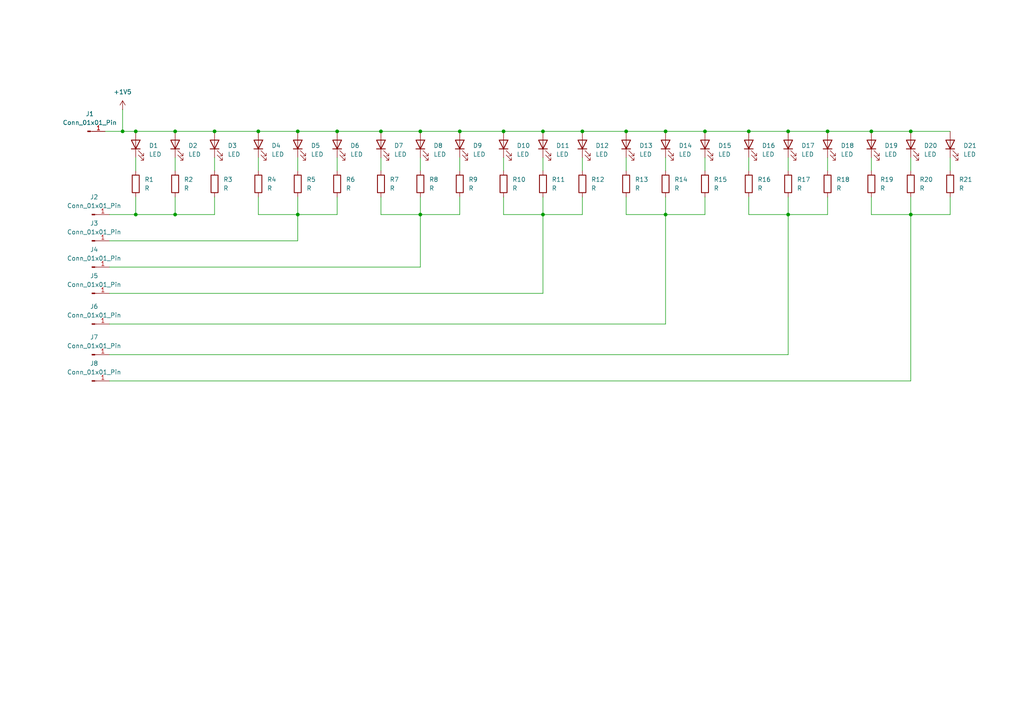
<source format=kicad_sch>
(kicad_sch (version 20231120) (generator "eeschema") (generator_version "8.0")
  (paper "A4")
  (lib_symbols
    (symbol "Connector:Conn_01x01_Pin" (pin_names (offset 1.016) hide)
      (property "Reference" "J" (at 0 2.54 0))
      (property "Value" "Conn_01x01_Pin" (at 0 -2.54 0))
      (symbol "Conn_01x01_Pin_1_1"
        (polyline (pts (xy 1.27 0) (xy 0.8636 0)) (stroke (width 0.1524)))
        (rectangle (start 0.8636 0.127) (end 0 -0.127) (stroke (width 0.1524)) (fill (type outline)))
        (pin passive line (at 5.08 0 180) (length 3.81) (name "Pin_1") (number "1"))
      )
    )
    (symbol "Device:LED" (pin_numbers hide) (pin_names (offset 1.016) hide)
      (property "Reference" "D" (at 0 2.54 0))
      (property "Value" "LED" (at 0 -2.54 0))
      (symbol "LED_0_1"
        (polyline (pts (xy -1.27 -1.27) (xy -1.27 1.27)) (stroke (width 0.254)))
        (polyline (pts (xy -1.27 0) (xy 1.27 0)))
        (polyline (pts (xy 1.27 -1.27) (xy 1.27 1.27) (xy -1.27 0) (xy 1.27 -1.27)) (stroke (width 0.254)))
        (polyline (pts (xy -3.048 -0.762) (xy -4.572 -2.286) (xy -3.81 -2.286) (xy -4.572 -2.286) (xy -4.572 -1.524)))
        (polyline (pts (xy -1.778 -0.762) (xy -3.302 -2.286) (xy -2.54 -2.286) (xy -3.302 -2.286) (xy -3.302 -1.524)))
      )
      (symbol "LED_1_1"
        (pin passive line (at -3.81 0 0) (length 2.54) (name "K") (number "1"))
        (pin passive line (at 3.81 0 180) (length 2.54) (name "A") (number "2"))
      )
    )
    (symbol "Device:R" (pin_numbers hide) (pin_names (offset 0))
      (property "Reference" "R" (at 2.032 0 90))
      (property "Value" "R" (at 0 0 90))
      (symbol "R_0_1"
        (rectangle (start -1.016 -2.54) (end 1.016 2.54) (stroke (width 0.254)))
      )
      (symbol "R_1_1"
        (pin passive line (at 0 3.81 270) (length 1.27) (name "~") (number "1"))
        (pin passive line (at 0 -3.81 90) (length 1.27) (name "~") (number "2"))
      )
    )
    (symbol "power:+1V5" (power) (pin_numbers hide) (pin_names (offset 0) hide)
      (property "Value" "+1V5" (at 0 3.556 0))
      (symbol "+1V5_0_1"
        (polyline (pts (xy -0.762 1.27) (xy 0 2.54)))
        (polyline (pts (xy 0 0) (xy 0 2.54)))
        (polyline (pts (xy 0 2.54) (xy 0.762 1.27)))
      )
      (symbol "+1V5_1_1"
        (pin power_in line (at 0 0 90) (length 0) (name "~") (number "1"))
      )
    )
  )
  (junction (at 228.6 38.1))
  (junction (at 252.73 38.1))
  (junction (at 168.91 38.1))
  (junction (at 50.8 38.1))
  (junction (at 193.04 62.23))
  (junction (at 264.16 62.23))
  (junction (at 181.61 38.1))
  (junction (at 146.05 38.1))
  (junction (at 74.93 38.1))
  (junction (at 217.17 38.1))
  (junction (at 121.92 38.1))
  (junction (at 121.92 62.23))
  (junction (at 193.04 38.1))
  (junction (at 133.35 38.1))
  (junction (at 264.16 38.1))
  (junction (at 39.37 38.1))
  (junction (at 110.49 38.1))
  (junction (at 39.37 62.23))
  (junction (at 157.48 62.23))
  (junction (at 204.47 38.1))
  (junction (at 35.56 38.1))
  (junction (at 240.03 38.1))
  (junction (at 86.36 38.1))
  (junction (at 50.8 62.23))
  (junction (at 97.79 38.1))
  (junction (at 62.23 38.1))
  (junction (at 157.48 38.1))
  (junction (at 86.36 62.23))
  (junction (at 228.6 62.23))
  (wire (pts (xy 204.47 38.1) (xy 217.17 38.1)))
  (wire (pts (xy 264.16 45.72) (xy 264.16 49.53)))
  (wire (pts (xy 146.05 38.1) (xy 157.48 38.1)))
  (wire (pts (xy 228.6 102.87) (xy 228.6 62.23)))
  (wire (pts (xy 133.35 62.23) (xy 121.92 62.23)))
  (wire (pts (xy 264.16 110.49) (xy 264.16 62.23)))
  (wire (pts (xy 168.91 57.15) (xy 168.91 62.23)))
  (wire (pts (xy 50.8 57.15) (xy 50.8 62.23)))
  (wire (pts (xy 133.35 57.15) (xy 133.35 62.23)))
  (wire (pts (xy 228.6 62.23) (xy 228.6 57.15)))
  (wire (pts (xy 31.75 69.85) (xy 86.36 69.85)))
  (wire (pts (xy 31.75 77.47) (xy 121.92 77.47)))
  (wire (pts (xy 204.47 45.72) (xy 204.47 49.53)))
  (wire (pts (xy 121.92 77.47) (xy 121.92 62.23)))
  (wire (pts (xy 121.92 38.1) (xy 133.35 38.1)))
  (wire (pts (xy 31.75 62.23) (xy 39.37 62.23)))
  (wire (pts (xy 35.56 31.75) (xy 35.56 38.1)))
  (wire (pts (xy 240.03 62.23) (xy 228.6 62.23)))
  (wire (pts (xy 217.17 38.1) (xy 228.6 38.1)))
  (wire (pts (xy 181.61 45.72) (xy 181.61 49.53)))
  (wire (pts (xy 204.47 62.23) (xy 193.04 62.23)))
  (wire (pts (xy 228.6 45.72) (xy 228.6 49.53)))
  (wire (pts (xy 275.59 45.72) (xy 275.59 49.53)))
  (wire (pts (xy 97.79 57.15) (xy 97.79 62.23)))
  (wire (pts (xy 275.59 62.23) (xy 264.16 62.23)))
  (wire (pts (xy 264.16 62.23) (xy 264.16 57.15)))
  (wire (pts (xy 240.03 45.72) (xy 240.03 49.53)))
  (wire (pts (xy 86.36 45.72) (xy 86.36 49.53)))
  (wire (pts (xy 62.23 45.72) (xy 62.23 49.53)))
  (wire (pts (xy 157.48 62.23) (xy 157.48 57.15)))
  (wire (pts (xy 217.17 62.23) (xy 228.6 62.23)))
  (wire (pts (xy 252.73 62.23) (xy 264.16 62.23)))
  (wire (pts (xy 168.91 38.1) (xy 181.61 38.1)))
  (wire (pts (xy 62.23 62.23) (xy 50.8 62.23)))
  (wire (pts (xy 168.91 62.23) (xy 157.48 62.23)))
  (wire (pts (xy 74.93 57.15) (xy 74.93 62.23)))
  (wire (pts (xy 110.49 62.23) (xy 121.92 62.23)))
  (wire (pts (xy 30.48 38.1) (xy 35.56 38.1)))
  (wire (pts (xy 86.36 69.85) (xy 86.36 62.23)))
  (wire (pts (xy 133.35 45.72) (xy 133.35 49.53)))
  (wire (pts (xy 39.37 62.23) (xy 50.8 62.23)))
  (wire (pts (xy 252.73 45.72) (xy 252.73 49.53)))
  (wire (pts (xy 240.03 57.15) (xy 240.03 62.23)))
  (wire (pts (xy 252.73 38.1) (xy 264.16 38.1)))
  (wire (pts (xy 50.8 38.1) (xy 62.23 38.1)))
  (wire (pts (xy 228.6 38.1) (xy 240.03 38.1)))
  (wire (pts (xy 240.03 38.1) (xy 252.73 38.1)))
  (wire (pts (xy 157.48 38.1) (xy 168.91 38.1)))
  (wire (pts (xy 39.37 57.15) (xy 39.37 62.23)))
  (wire (pts (xy 157.48 45.72) (xy 157.48 49.53)))
  (wire (pts (xy 39.37 38.1) (xy 50.8 38.1)))
  (wire (pts (xy 217.17 45.72) (xy 217.17 49.53)))
  (wire (pts (xy 181.61 62.23) (xy 193.04 62.23)))
  (wire (pts (xy 252.73 57.15) (xy 252.73 62.23)))
  (wire (pts (xy 86.36 38.1) (xy 97.79 38.1)))
  (wire (pts (xy 31.75 110.49) (xy 264.16 110.49)))
  (wire (pts (xy 217.17 57.15) (xy 217.17 62.23)))
  (wire (pts (xy 110.49 45.72) (xy 110.49 49.53)))
  (wire (pts (xy 275.59 57.15) (xy 275.59 62.23)))
  (wire (pts (xy 264.16 38.1) (xy 275.59 38.1)))
  (wire (pts (xy 181.61 38.1) (xy 193.04 38.1)))
  (wire (pts (xy 31.75 85.09) (xy 157.48 85.09)))
  (wire (pts (xy 181.61 57.15) (xy 181.61 62.23)))
  (wire (pts (xy 121.92 62.23) (xy 121.92 57.15)))
  (wire (pts (xy 193.04 93.98) (xy 193.04 62.23)))
  (wire (pts (xy 31.75 102.87) (xy 228.6 102.87)))
  (wire (pts (xy 168.91 45.72) (xy 168.91 49.53)))
  (wire (pts (xy 110.49 38.1) (xy 121.92 38.1)))
  (wire (pts (xy 86.36 62.23) (xy 86.36 57.15)))
  (wire (pts (xy 97.79 38.1) (xy 110.49 38.1)))
  (wire (pts (xy 62.23 57.15) (xy 62.23 62.23)))
  (wire (pts (xy 146.05 62.23) (xy 157.48 62.23)))
  (wire (pts (xy 31.75 93.98) (xy 193.04 93.98)))
  (wire (pts (xy 193.04 38.1) (xy 204.47 38.1)))
  (wire (pts (xy 97.79 62.23) (xy 86.36 62.23)))
  (wire (pts (xy 110.49 57.15) (xy 110.49 62.23)))
  (wire (pts (xy 133.35 38.1) (xy 146.05 38.1)))
  (wire (pts (xy 146.05 57.15) (xy 146.05 62.23)))
  (wire (pts (xy 74.93 38.1) (xy 86.36 38.1)))
  (wire (pts (xy 121.92 45.72) (xy 121.92 49.53)))
  (wire (pts (xy 74.93 62.23) (xy 86.36 62.23)))
  (wire (pts (xy 74.93 45.72) (xy 74.93 49.53)))
  (wire (pts (xy 193.04 45.72) (xy 193.04 49.53)))
  (wire (pts (xy 204.47 57.15) (xy 204.47 62.23)))
  (wire (pts (xy 193.04 62.23) (xy 193.04 57.15)))
  (wire (pts (xy 50.8 45.72) (xy 50.8 49.53)))
  (wire (pts (xy 157.48 85.09) (xy 157.48 62.23)))
  (wire (pts (xy 39.37 45.72) (xy 39.37 49.53)))
  (wire (pts (xy 35.56 38.1) (xy 39.37 38.1)))
  (wire (pts (xy 97.79 45.72) (xy 97.79 49.53)))
  (wire (pts (xy 62.23 38.1) (xy 74.93 38.1)))
  (wire (pts (xy 146.05 45.72) (xy 146.05 49.53)))
  (symbol (lib_id "Connector:Conn_01x01_Pin") (at 26.67 85.09 0) (unit 1)
    (property "Reference" "J5" (at 27.305 80.01 0))
    (property "Value" "Conn_01x01_Pin" (at 27.305 82.55 0))
    (property "Footprint" "Connector_Pin:Pin_D1.0mm_L10.0mm" (effects (hide yes)))
    (property "Description" "Generic connector, single row, 01x01, script generated" (effects (hide yes)))
  )
  (symbol (lib_id "Device:R") (at 39.37 53.34 0) (unit 1)
    (property "Reference" "R1" (at 41.91 52.0699 0) (effects (justify left)))
    (property "Value" "R" (at 41.91 54.6099 0) (effects (justify left)))
    (property "Footprint" "Resistor_THT:R_Axial_DIN0204_L3.6mm_D1.6mm_P2.54mm_Vertical" (effects (hide yes)))
    (property "Description" "Resistor" (effects (hide yes)))
  )
  (symbol (lib_id "Device:R") (at 240.03 53.34 0) (unit 1)
    (property "Reference" "R18" (at 242.57 52.0699 0) (effects (justify left)))
    (property "Value" "R" (at 242.57 54.6099 0) (effects (justify left)))
    (property "Footprint" "Resistor_THT:R_Axial_DIN0204_L3.6mm_D1.6mm_P2.54mm_Vertical" (effects (hide yes)))
    (property "Description" "Resistor" (effects (hide yes)))
  )
  (symbol (lib_id "Device:LED") (at 50.8 41.91 90) (unit 1)
    (property "Reference" "D2" (at 54.61 42.2274 90) (effects (justify right)))
    (property "Value" "LED" (at 54.61 44.7674 90) (effects (justify right)))
    (property "Footprint" "LED_THT:LED_D5.0mm" (effects (hide yes)))
    (property "Description" "Light emitting diode" (effects (hide yes)))
  )
  (symbol (lib_id "Device:LED") (at 146.05 41.91 90) (unit 1)
    (property "Reference" "D10" (at 149.86 42.2274 90) (effects (justify right)))
    (property "Value" "LED" (at 149.86 44.7674 90) (effects (justify right)))
    (property "Footprint" "LED_THT:LED_D5.0mm" (effects (hide yes)))
    (property "Description" "Light emitting diode" (effects (hide yes)))
  )
  (symbol (lib_id "Device:LED") (at 97.79 41.91 90) (unit 1)
    (property "Reference" "D6" (at 101.6 42.2274 90) (effects (justify right)))
    (property "Value" "LED" (at 101.6 44.7674 90) (effects (justify right)))
    (property "Footprint" "LED_THT:LED_D5.0mm" (effects (hide yes)))
    (property "Description" "Light emitting diode" (effects (hide yes)))
  )
  (symbol (lib_id "Device:R") (at 228.6 53.34 0) (unit 1)
    (property "Reference" "R17" (at 231.14 52.0699 0) (effects (justify left)))
    (property "Value" "R" (at 231.14 54.6099 0) (effects (justify left)))
    (property "Footprint" "Resistor_THT:R_Axial_DIN0204_L3.6mm_D1.6mm_P2.54mm_Vertical" (effects (hide yes)))
    (property "Description" "Resistor" (effects (hide yes)))
  )
  (symbol (lib_id "Device:R") (at 193.04 53.34 0) (unit 1)
    (property "Reference" "R14" (at 195.58 52.0699 0) (effects (justify left)))
    (property "Value" "R" (at 195.58 54.6099 0) (effects (justify left)))
    (property "Footprint" "Resistor_THT:R_Axial_DIN0204_L3.6mm_D1.6mm_P2.54mm_Vertical" (effects (hide yes)))
    (property "Description" "Resistor" (effects (hide yes)))
  )
  (symbol (lib_id "Device:R") (at 275.59 53.34 0) (unit 1)
    (property "Reference" "R21" (at 278.13 52.0699 0) (effects (justify left)))
    (property "Value" "R" (at 278.13 54.6099 0) (effects (justify left)))
    (property "Footprint" "Resistor_THT:R_Axial_DIN0204_L3.6mm_D1.6mm_P2.54mm_Vertical" (effects (hide yes)))
    (property "Description" "Resistor" (effects (hide yes)))
  )
  (symbol (lib_id "Device:LED") (at 264.16 41.91 90) (unit 1)
    (property "Reference" "D20" (at 267.97 42.2274 90) (effects (justify right)))
    (property "Value" "LED" (at 267.97 44.7674 90) (effects (justify right)))
    (property "Footprint" "LED_THT:LED_D5.0mm" (effects (hide yes)))
    (property "Description" "Light emitting diode" (effects (hide yes)))
  )
  (symbol (lib_id "Device:LED") (at 133.35 41.91 90) (unit 1)
    (property "Reference" "D9" (at 137.16 42.2274 90) (effects (justify right)))
    (property "Value" "LED" (at 137.16 44.7674 90) (effects (justify right)))
    (property "Footprint" "LED_THT:LED_D5.0mm" (effects (hide yes)))
    (property "Description" "Light emitting diode" (effects (hide yes)))
  )
  (symbol (lib_id "Device:R") (at 204.47 53.34 0) (unit 1)
    (property "Reference" "R15" (at 207.01 52.0699 0) (effects (justify left)))
    (property "Value" "R" (at 207.01 54.6099 0) (effects (justify left)))
    (property "Footprint" "Resistor_THT:R_Axial_DIN0204_L3.6mm_D1.6mm_P2.54mm_Vertical" (effects (hide yes)))
    (property "Description" "Resistor" (effects (hide yes)))
  )
  (symbol (lib_id "Device:LED") (at 110.49 41.91 90) (unit 1)
    (property "Reference" "D7" (at 114.3 42.2274 90) (effects (justify right)))
    (property "Value" "LED" (at 114.3 44.7674 90) (effects (justify right)))
    (property "Footprint" "LED_THT:LED_D5.0mm" (effects (hide yes)))
    (property "Description" "Light emitting diode" (effects (hide yes)))
  )
  (symbol (lib_id "Device:LED") (at 275.59 41.91 90) (unit 1)
    (property "Reference" "D21" (at 279.4 42.2274 90) (effects (justify right)))
    (property "Value" "LED" (at 279.4 44.7674 90) (effects (justify right)))
    (property "Footprint" "LED_THT:LED_D5.0mm" (effects (hide yes)))
    (property "Description" "Light emitting diode" (effects (hide yes)))
  )
  (symbol (lib_id "Device:LED") (at 121.92 41.91 90) (unit 1)
    (property "Reference" "D8" (at 125.73 42.2274 90) (effects (justify right)))
    (property "Value" "LED" (at 125.73 44.7674 90) (effects (justify right)))
    (property "Footprint" "LED_THT:LED_D5.0mm" (effects (hide yes)))
    (property "Description" "Light emitting diode" (effects (hide yes)))
  )
  (symbol (lib_id "Device:R") (at 217.17 53.34 0) (unit 1)
    (property "Reference" "R16" (at 219.71 52.0699 0) (effects (justify left)))
    (property "Value" "R" (at 219.71 54.6099 0) (effects (justify left)))
    (property "Footprint" "Resistor_THT:R_Axial_DIN0204_L3.6mm_D1.6mm_P2.54mm_Vertical" (effects (hide yes)))
    (property "Description" "Resistor" (effects (hide yes)))
  )
  (symbol (lib_id "Device:R") (at 157.48 53.34 0) (unit 1)
    (property "Reference" "R11" (at 160.02 52.0699 0) (effects (justify left)))
    (property "Value" "R" (at 160.02 54.6099 0) (effects (justify left)))
    (property "Footprint" "Resistor_THT:R_Axial_DIN0204_L3.6mm_D1.6mm_P2.54mm_Vertical" (effects (hide yes)))
    (property "Description" "Resistor" (effects (hide yes)))
  )
  (symbol (lib_id "Device:LED") (at 228.6 41.91 90) (unit 1)
    (property "Reference" "D17" (at 232.41 42.2274 90) (effects (justify right)))
    (property "Value" "LED" (at 232.41 44.7674 90) (effects (justify right)))
    (property "Footprint" "LED_THT:LED_D5.0mm" (effects (hide yes)))
    (property "Description" "Light emitting diode" (effects (hide yes)))
  )
  (symbol (lib_id "Device:LED") (at 62.23 41.91 90) (unit 1)
    (property "Reference" "D3" (at 66.04 42.2274 90) (effects (justify right)))
    (property "Value" "LED" (at 66.04 44.7674 90) (effects (justify right)))
    (property "Footprint" "LED_THT:LED_D5.0mm" (effects (hide yes)))
    (property "Description" "Light emitting diode" (effects (hide yes)))
  )
  (symbol (lib_id "Device:LED") (at 74.93 41.91 90) (unit 1)
    (property "Reference" "D4" (at 78.74 42.2274 90) (effects (justify right)))
    (property "Value" "LED" (at 78.74 44.7674 90) (effects (justify right)))
    (property "Footprint" "LED_THT:LED_D5.0mm" (effects (hide yes)))
    (property "Description" "Light emitting diode" (effects (hide yes)))
  )
  (symbol (lib_id "Device:LED") (at 39.37 41.91 90) (unit 1)
    (property "Reference" "D1" (at 43.18 42.2274 90) (effects (justify right)))
    (property "Value" "LED" (at 43.18 44.7674 90) (effects (justify right)))
    (property "Footprint" "LED_THT:LED_D5.0mm" (effects (hide yes)))
    (property "Description" "Light emitting diode" (effects (hide yes)))
  )
  (symbol (lib_id "Device:LED") (at 157.48 41.91 90) (unit 1)
    (property "Reference" "D11" (at 161.29 42.2274 90) (effects (justify right)))
    (property "Value" "LED" (at 161.29 44.7674 90) (effects (justify right)))
    (property "Footprint" "LED_THT:LED_D5.0mm" (effects (hide yes)))
    (property "Description" "Light emitting diode" (effects (hide yes)))
  )
  (symbol (lib_id "Connector:Conn_01x01_Pin") (at 25.4 38.1 0) (unit 1)
    (property "Reference" "J1" (at 26.035 33.02 0))
    (property "Value" "Conn_01x01_Pin" (at 26.035 35.56 0))
    (property "Footprint" "Connector_Pin:Pin_D1.0mm_L10.0mm" (effects (hide yes)))
    (property "Description" "Generic connector, single row, 01x01, script generated" (effects (hide yes)))
  )
  (symbol (lib_id "Device:LED") (at 181.61 41.91 90) (unit 1)
    (property "Reference" "D13" (at 185.42 42.2274 90) (effects (justify right)))
    (property "Value" "LED" (at 185.42 44.7674 90) (effects (justify right)))
    (property "Footprint" "LED_THT:LED_D5.0mm" (effects (hide yes)))
    (property "Description" "Light emitting diode" (effects (hide yes)))
  )
  (symbol (lib_id "Connector:Conn_01x01_Pin") (at 26.67 77.47 0) (unit 1)
    (property "Reference" "J4" (at 27.305 72.39 0))
    (property "Value" "Conn_01x01_Pin" (at 27.305 74.93 0))
    (property "Footprint" "Connector_Pin:Pin_D1.0mm_L10.0mm" (effects (hide yes)))
    (property "Description" "Generic connector, single row, 01x01, script generated" (effects (hide yes)))
  )
  (symbol (lib_id "Device:R") (at 110.49 53.34 0) (unit 1)
    (property "Reference" "R7" (at 113.03 52.0699 0) (effects (justify left)))
    (property "Value" "R" (at 113.03 54.6099 0) (effects (justify left)))
    (property "Footprint" "Resistor_THT:R_Axial_DIN0204_L3.6mm_D1.6mm_P2.54mm_Vertical" (effects (hide yes)))
    (property "Description" "Resistor" (effects (hide yes)))
  )
  (symbol (lib_id "Device:R") (at 146.05 53.34 0) (unit 1)
    (property "Reference" "R10" (at 148.59 52.0699 0) (effects (justify left)))
    (property "Value" "R" (at 148.59 54.6099 0) (effects (justify left)))
    (property "Footprint" "Resistor_THT:R_Axial_DIN0204_L3.6mm_D1.6mm_P2.54mm_Vertical" (effects (hide yes)))
    (property "Description" "Resistor" (effects (hide yes)))
  )
  (symbol (lib_id "Device:R") (at 133.35 53.34 0) (unit 1)
    (property "Reference" "R9" (at 135.89 52.0699 0) (effects (justify left)))
    (property "Value" "R" (at 135.89 54.6099 0) (effects (justify left)))
    (property "Footprint" "Resistor_THT:R_Axial_DIN0204_L3.6mm_D1.6mm_P2.54mm_Vertical" (effects (hide yes)))
    (property "Description" "Resistor" (effects (hide yes)))
  )
  (symbol (lib_id "Device:R") (at 86.36 53.34 0) (unit 1)
    (property "Reference" "R5" (at 88.9 52.0699 0) (effects (justify left)))
    (property "Value" "R" (at 88.9 54.6099 0) (effects (justify left)))
    (property "Footprint" "Resistor_THT:R_Axial_DIN0204_L3.6mm_D1.6mm_P2.54mm_Vertical" (effects (hide yes)))
    (property "Description" "Resistor" (effects (hide yes)))
  )
  (symbol (lib_id "Device:R") (at 181.61 53.34 0) (unit 1)
    (property "Reference" "R13" (at 184.15 52.0699 0) (effects (justify left)))
    (property "Value" "R" (at 184.15 54.6099 0) (effects (justify left)))
    (property "Footprint" "Resistor_THT:R_Axial_DIN0204_L3.6mm_D1.6mm_P2.54mm_Vertical" (effects (hide yes)))
    (property "Description" "Resistor" (effects (hide yes)))
  )
  (symbol (lib_id "Device:R") (at 74.93 53.34 0) (unit 1)
    (property "Reference" "R4" (at 77.47 52.0699 0) (effects (justify left)))
    (property "Value" "R" (at 77.47 54.6099 0) (effects (justify left)))
    (property "Footprint" "Resistor_THT:R_Axial_DIN0204_L3.6mm_D1.6mm_P2.54mm_Vertical" (effects (hide yes)))
    (property "Description" "Resistor" (effects (hide yes)))
  )
  (symbol (lib_id "Connector:Conn_01x01_Pin") (at 26.67 93.98 0) (unit 1)
    (property "Reference" "J6" (at 27.305 88.9 0))
    (property "Value" "Conn_01x01_Pin" (at 27.305 91.44 0))
    (property "Footprint" "Connector_Pin:Pin_D1.0mm_L10.0mm" (effects (hide yes)))
    (property "Description" "Generic connector, single row, 01x01, script generated" (effects (hide yes)))
  )
  (symbol (lib_id "Device:LED") (at 204.47 41.91 90) (unit 1)
    (property "Reference" "D15" (at 208.28 42.2274 90) (effects (justify right)))
    (property "Value" "LED" (at 208.28 44.7674 90) (effects (justify right)))
    (property "Footprint" "LED_THT:LED_D5.0mm" (effects (hide yes)))
    (property "Description" "Light emitting diode" (effects (hide yes)))
  )
  (symbol (lib_id "Connector:Conn_01x01_Pin") (at 26.67 102.87 0) (unit 1)
    (property "Reference" "J7" (at 27.305 97.79 0))
    (property "Value" "Conn_01x01_Pin" (at 27.305 100.33 0))
    (property "Footprint" "Connector_Pin:Pin_D1.0mm_L10.0mm" (effects (hide yes)))
    (property "Description" "Generic connector, single row, 01x01, script generated" (effects (hide yes)))
  )
  (symbol (lib_id "Device:LED") (at 193.04 41.91 90) (unit 1)
    (property "Reference" "D14" (at 196.85 42.2274 90) (effects (justify right)))
    (property "Value" "LED" (at 196.85 44.7674 90) (effects (justify right)))
    (property "Footprint" "LED_THT:LED_D5.0mm" (effects (hide yes)))
    (property "Description" "Light emitting diode" (effects (hide yes)))
  )
  (symbol (lib_id "Device:R") (at 97.79 53.34 0) (unit 1)
    (property "Reference" "R6" (at 100.33 52.0699 0) (effects (justify left)))
    (property "Value" "R" (at 100.33 54.6099 0) (effects (justify left)))
    (property "Footprint" "Resistor_THT:R_Axial_DIN0204_L3.6mm_D1.6mm_P2.54mm_Vertical" (effects (hide yes)))
    (property "Description" "Resistor" (effects (hide yes)))
  )
  (symbol (lib_id "Device:R") (at 50.8 53.34 0) (unit 1)
    (property "Reference" "R2" (at 53.34 52.0699 0) (effects (justify left)))
    (property "Value" "R" (at 53.34 54.6099 0) (effects (justify left)))
    (property "Footprint" "Resistor_THT:R_Axial_DIN0204_L3.6mm_D1.6mm_P2.54mm_Vertical" (effects (hide yes)))
    (property "Description" "Resistor" (effects (hide yes)))
  )
  (symbol (lib_id "Connector:Conn_01x01_Pin") (at 26.67 110.49 0) (unit 1)
    (property "Reference" "J8" (at 27.305 105.41 0))
    (property "Value" "Conn_01x01_Pin" (at 27.305 107.95 0))
    (property "Footprint" "Connector_Pin:Pin_D1.0mm_L10.0mm" (effects (hide yes)))
    (property "Description" "Generic connector, single row, 01x01, script generated" (effects (hide yes)))
  )
  (symbol (lib_id "Device:R") (at 264.16 53.34 0) (unit 1)
    (property "Reference" "R20" (at 266.7 52.0699 0) (effects (justify left)))
    (property "Value" "R" (at 266.7 54.6099 0) (effects (justify left)))
    (property "Footprint" "Resistor_THT:R_Axial_DIN0204_L3.6mm_D1.6mm_P2.54mm_Vertical" (effects (hide yes)))
    (property "Description" "Resistor" (effects (hide yes)))
  )
  (symbol (lib_id "Device:R") (at 62.23 53.34 0) (unit 1)
    (property "Reference" "R3" (at 64.77 52.0699 0) (effects (justify left)))
    (property "Value" "R" (at 64.77 54.6099 0) (effects (justify left)))
    (property "Footprint" "Resistor_THT:R_Axial_DIN0204_L3.6mm_D1.6mm_P2.54mm_Vertical" (effects (hide yes)))
    (property "Description" "Resistor" (effects (hide yes)))
  )
  (symbol (lib_id "Device:R") (at 252.73 53.34 0) (unit 1)
    (property "Reference" "R19" (at 255.27 52.0699 0) (effects (justify left)))
    (property "Value" "R" (at 255.27 54.6099 0) (effects (justify left)))
    (property "Footprint" "Resistor_THT:R_Axial_DIN0204_L3.6mm_D1.6mm_P2.54mm_Vertical" (effects (hide yes)))
    (property "Description" "Resistor" (effects (hide yes)))
  )
  (symbol (lib_id "Device:LED") (at 86.36 41.91 90) (unit 1)
    (property "Reference" "D5" (at 90.17 42.2274 90) (effects (justify right)))
    (property "Value" "LED" (at 90.17 44.7674 90) (effects (justify right)))
    (property "Footprint" "LED_THT:LED_D5.0mm" (effects (hide yes)))
    (property "Description" "Light emitting diode" (effects (hide yes)))
  )
  (symbol (lib_id "Device:LED") (at 252.73 41.91 90) (unit 1)
    (property "Reference" "D19" (at 256.54 42.2274 90) (effects (justify right)))
    (property "Value" "LED" (at 256.54 44.7674 90) (effects (justify right)))
    (property "Footprint" "LED_THT:LED_D5.0mm" (effects (hide yes)))
    (property "Description" "Light emitting diode" (effects (hide yes)))
  )
  (symbol (lib_id "Connector:Conn_01x01_Pin") (at 26.67 69.85 0) (unit 1)
    (property "Reference" "J3" (at 27.305 64.77 0))
    (property "Value" "Conn_01x01_Pin" (at 27.305 67.31 0))
    (property "Footprint" "Connector_Pin:Pin_D1.0mm_L10.0mm" (effects (hide yes)))
    (property "Description" "Generic connector, single row, 01x01, script generated" (effects (hide yes)))
  )
  (symbol (lib_id "power:+1V5") (at 35.56 31.75 0) (unit 1)
    (property "Reference" "#PWR01" (effects (hide yes)))
    (property "Value" "+1V5" (at 35.56 26.67 0))
    (property "Description" "Power symbol creates a global label with name \"+1V5\"" (effects (hide yes)))
  )
  (symbol (lib_id "Device:R") (at 168.91 53.34 0) (unit 1)
    (property "Reference" "R12" (at 171.45 52.0699 0) (effects (justify left)))
    (property "Value" "R" (at 171.45 54.6099 0) (effects (justify left)))
    (property "Footprint" "Resistor_THT:R_Axial_DIN0204_L3.6mm_D1.6mm_P2.54mm_Vertical" (effects (hide yes)))
    (property "Description" "Resistor" (effects (hide yes)))
  )
  (symbol (lib_id "Device:LED") (at 168.91 41.91 90) (unit 1)
    (property "Reference" "D12" (at 172.72 42.2274 90) (effects (justify right)))
    (property "Value" "LED" (at 172.72 44.7674 90) (effects (justify right)))
    (property "Footprint" "LED_THT:LED_D5.0mm" (effects (hide yes)))
    (property "Description" "Light emitting diode" (effects (hide yes)))
  )
  (symbol (lib_id "Device:LED") (at 240.03 41.91 90) (unit 1)
    (property "Reference" "D18" (at 243.84 42.2274 90) (effects (justify right)))
    (property "Value" "LED" (at 243.84 44.7674 90) (effects (justify right)))
    (property "Footprint" "LED_THT:LED_D5.0mm" (effects (hide yes)))
    (property "Description" "Light emitting diode" (effects (hide yes)))
  )
  (symbol (lib_id "Connector:Conn_01x01_Pin") (at 26.67 62.23 0) (unit 1)
    (property "Reference" "J2" (at 27.305 57.15 0))
    (property "Value" "Conn_01x01_Pin" (at 27.305 59.69 0))
    (property "Footprint" "Connector_Pin:Pin_D1.0mm_L10.0mm" (effects (hide yes)))
    (property "Description" "Generic connector, single row, 01x01, script generated" (effects (hide yes)))
  )
  (symbol (lib_id "Device:LED") (at 217.17 41.91 90) (unit 1)
    (property "Reference" "D16" (at 220.98 42.2274 90) (effects (justify right)))
    (property "Value" "LED" (at 220.98 44.7674 90) (effects (justify right)))
    (property "Footprint" "LED_THT:LED_D5.0mm" (effects (hide yes)))
    (property "Description" "Light emitting diode" (effects (hide yes)))
  )
  (symbol (lib_id "Device:R") (at 121.92 53.34 0) (unit 1)
    (property "Reference" "R8" (at 124.46 52.0699 0) (effects (justify left)))
    (property "Value" "R" (at 124.46 54.6099 0) (effects (justify left)))
    (property "Footprint" "Resistor_THT:R_Axial_DIN0204_L3.6mm_D1.6mm_P2.54mm_Vertical" (effects (hide yes)))
    (property "Description" "Resistor" (effects (hide yes)))
  )
)
</source>
